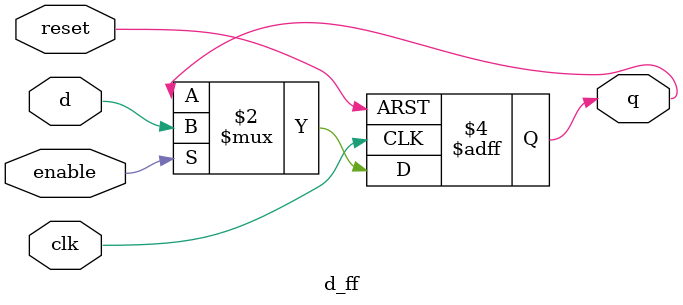
<source format=v>
`timescale 1ns / 1ps


module d_ff(
    input d,
    input clk,
    input reset,
    input enable,
    output reg q
    );
    
    always @(posedge clk or posedge reset)
        if (reset)
        begin
            q <= 1'b0;
        end
        else if(enable)
            q <= d;
            
    
    
endmodule

</source>
